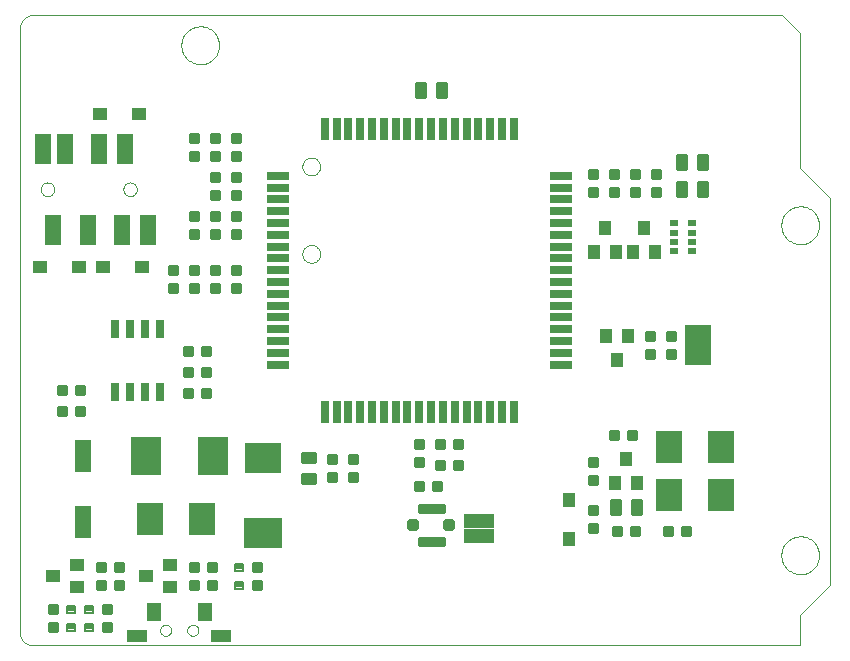
<source format=gtp>
G75*
%MOIN*%
%OFA0B0*%
%FSLAX24Y24*%
%IPPOS*%
%LPD*%
%AMOC8*
5,1,8,0,0,1.08239X$1,22.5*
%
%ADD10C,0.0000*%
%ADD11C,0.0150*%
%ADD12C,0.0200*%
%ADD13C,0.0088*%
%ADD14R,0.0550X0.1100*%
%ADD15C,0.0100*%
%ADD16R,0.1200X0.1000*%
%ADD17R,0.1250X0.1000*%
%ADD18R,0.0850X0.1080*%
%ADD19C,0.0075*%
%ADD20R,0.0402X0.0472*%
%ADD21R,0.0472X0.0402*%
%ADD22R,0.0551X0.0984*%
%ADD23R,0.0878X0.1382*%
%ADD24R,0.0984X0.1260*%
%ADD25R,0.1000X0.0500*%
%ADD26R,0.0450X0.0600*%
%ADD27R,0.0700X0.0400*%
%ADD28R,0.0400X0.0450*%
%ADD29R,0.0450X0.0400*%
%ADD30R,0.0300X0.0200*%
%ADD31R,0.0250X0.0600*%
%ADD32R,0.0760X0.0260*%
%ADD33R,0.0260X0.0760*%
D10*
X001001Y002840D02*
X026601Y002840D01*
X026601Y003840D01*
X027601Y004840D01*
X027601Y017740D01*
X026601Y018740D01*
X026601Y023240D01*
X026001Y023840D01*
X001001Y023840D01*
X000962Y023838D01*
X000923Y023832D01*
X000885Y023823D01*
X000848Y023810D01*
X000812Y023793D01*
X000779Y023773D01*
X000747Y023749D01*
X000718Y023723D01*
X000692Y023694D01*
X000668Y023662D01*
X000648Y023629D01*
X000631Y023593D01*
X000618Y023556D01*
X000609Y023518D01*
X000603Y023479D01*
X000601Y023440D01*
X000601Y003240D01*
X000603Y003201D01*
X000609Y003162D01*
X000618Y003124D01*
X000631Y003087D01*
X000648Y003051D01*
X000668Y003018D01*
X000692Y002986D01*
X000718Y002957D01*
X000747Y002931D01*
X000779Y002907D01*
X000812Y002887D01*
X000848Y002870D01*
X000885Y002857D01*
X000923Y002848D01*
X000962Y002842D01*
X001001Y002840D01*
X005261Y003340D02*
X005263Y003367D01*
X005269Y003393D01*
X005278Y003418D01*
X005291Y003441D01*
X005307Y003462D01*
X005326Y003481D01*
X005347Y003497D01*
X005370Y003510D01*
X005395Y003519D01*
X005421Y003525D01*
X005448Y003527D01*
X005475Y003525D01*
X005501Y003519D01*
X005526Y003510D01*
X005549Y003497D01*
X005570Y003481D01*
X005589Y003462D01*
X005605Y003441D01*
X005618Y003418D01*
X005627Y003393D01*
X005633Y003367D01*
X005635Y003340D01*
X005633Y003313D01*
X005627Y003287D01*
X005618Y003262D01*
X005605Y003239D01*
X005589Y003218D01*
X005570Y003199D01*
X005549Y003183D01*
X005526Y003170D01*
X005501Y003161D01*
X005475Y003155D01*
X005448Y003153D01*
X005421Y003155D01*
X005395Y003161D01*
X005370Y003170D01*
X005347Y003183D01*
X005326Y003199D01*
X005307Y003218D01*
X005291Y003239D01*
X005278Y003262D01*
X005269Y003287D01*
X005263Y003313D01*
X005261Y003340D01*
X006167Y003340D02*
X006169Y003367D01*
X006175Y003393D01*
X006184Y003418D01*
X006197Y003441D01*
X006213Y003462D01*
X006232Y003481D01*
X006253Y003497D01*
X006276Y003510D01*
X006301Y003519D01*
X006327Y003525D01*
X006354Y003527D01*
X006381Y003525D01*
X006407Y003519D01*
X006432Y003510D01*
X006455Y003497D01*
X006476Y003481D01*
X006495Y003462D01*
X006511Y003441D01*
X006524Y003418D01*
X006533Y003393D01*
X006539Y003367D01*
X006541Y003340D01*
X006539Y003313D01*
X006533Y003287D01*
X006524Y003262D01*
X006511Y003239D01*
X006495Y003218D01*
X006476Y003199D01*
X006455Y003183D01*
X006432Y003170D01*
X006407Y003161D01*
X006381Y003155D01*
X006354Y003153D01*
X006327Y003155D01*
X006301Y003161D01*
X006276Y003170D01*
X006253Y003183D01*
X006232Y003199D01*
X006213Y003218D01*
X006197Y003239D01*
X006184Y003262D01*
X006175Y003287D01*
X006169Y003313D01*
X006167Y003340D01*
X010006Y015883D02*
X010008Y015917D01*
X010014Y015951D01*
X010024Y015984D01*
X010037Y016015D01*
X010055Y016045D01*
X010075Y016073D01*
X010099Y016098D01*
X010125Y016120D01*
X010153Y016138D01*
X010184Y016154D01*
X010216Y016166D01*
X010250Y016174D01*
X010284Y016178D01*
X010318Y016178D01*
X010352Y016174D01*
X010386Y016166D01*
X010418Y016154D01*
X010448Y016138D01*
X010477Y016120D01*
X010503Y016098D01*
X010527Y016073D01*
X010547Y016045D01*
X010565Y016015D01*
X010578Y015984D01*
X010588Y015951D01*
X010594Y015917D01*
X010596Y015883D01*
X010594Y015849D01*
X010588Y015815D01*
X010578Y015782D01*
X010565Y015751D01*
X010547Y015721D01*
X010527Y015693D01*
X010503Y015668D01*
X010477Y015646D01*
X010449Y015628D01*
X010418Y015612D01*
X010386Y015600D01*
X010352Y015592D01*
X010318Y015588D01*
X010284Y015588D01*
X010250Y015592D01*
X010216Y015600D01*
X010184Y015612D01*
X010153Y015628D01*
X010125Y015646D01*
X010099Y015668D01*
X010075Y015693D01*
X010055Y015721D01*
X010037Y015751D01*
X010024Y015782D01*
X010014Y015815D01*
X010008Y015849D01*
X010006Y015883D01*
X010006Y018797D02*
X010008Y018831D01*
X010014Y018865D01*
X010024Y018898D01*
X010037Y018929D01*
X010055Y018959D01*
X010075Y018987D01*
X010099Y019012D01*
X010125Y019034D01*
X010153Y019052D01*
X010184Y019068D01*
X010216Y019080D01*
X010250Y019088D01*
X010284Y019092D01*
X010318Y019092D01*
X010352Y019088D01*
X010386Y019080D01*
X010418Y019068D01*
X010448Y019052D01*
X010477Y019034D01*
X010503Y019012D01*
X010527Y018987D01*
X010547Y018959D01*
X010565Y018929D01*
X010578Y018898D01*
X010588Y018865D01*
X010594Y018831D01*
X010596Y018797D01*
X010594Y018763D01*
X010588Y018729D01*
X010578Y018696D01*
X010565Y018665D01*
X010547Y018635D01*
X010527Y018607D01*
X010503Y018582D01*
X010477Y018560D01*
X010449Y018542D01*
X010418Y018526D01*
X010386Y018514D01*
X010352Y018506D01*
X010318Y018502D01*
X010284Y018502D01*
X010250Y018506D01*
X010216Y018514D01*
X010184Y018526D01*
X010153Y018542D01*
X010125Y018560D01*
X010099Y018582D01*
X010075Y018607D01*
X010055Y018635D01*
X010037Y018665D01*
X010024Y018696D01*
X010014Y018729D01*
X010008Y018763D01*
X010006Y018797D01*
X005971Y022840D02*
X005973Y022890D01*
X005979Y022940D01*
X005989Y022989D01*
X006003Y023037D01*
X006020Y023084D01*
X006041Y023129D01*
X006066Y023173D01*
X006094Y023214D01*
X006126Y023253D01*
X006160Y023290D01*
X006197Y023324D01*
X006237Y023354D01*
X006279Y023381D01*
X006323Y023405D01*
X006369Y023426D01*
X006416Y023442D01*
X006464Y023455D01*
X006514Y023464D01*
X006563Y023469D01*
X006614Y023470D01*
X006664Y023467D01*
X006713Y023460D01*
X006762Y023449D01*
X006810Y023434D01*
X006856Y023416D01*
X006901Y023394D01*
X006944Y023368D01*
X006985Y023339D01*
X007024Y023307D01*
X007060Y023272D01*
X007092Y023234D01*
X007122Y023194D01*
X007149Y023151D01*
X007172Y023107D01*
X007191Y023061D01*
X007207Y023013D01*
X007219Y022964D01*
X007227Y022915D01*
X007231Y022865D01*
X007231Y022815D01*
X007227Y022765D01*
X007219Y022716D01*
X007207Y022667D01*
X007191Y022619D01*
X007172Y022573D01*
X007149Y022529D01*
X007122Y022486D01*
X007092Y022446D01*
X007060Y022408D01*
X007024Y022373D01*
X006985Y022341D01*
X006944Y022312D01*
X006901Y022286D01*
X006856Y022264D01*
X006810Y022246D01*
X006762Y022231D01*
X006713Y022220D01*
X006664Y022213D01*
X006614Y022210D01*
X006563Y022211D01*
X006514Y022216D01*
X006464Y022225D01*
X006416Y022238D01*
X006369Y022254D01*
X006323Y022275D01*
X006279Y022299D01*
X006237Y022326D01*
X006197Y022356D01*
X006160Y022390D01*
X006126Y022427D01*
X006094Y022466D01*
X006066Y022507D01*
X006041Y022551D01*
X006020Y022596D01*
X006003Y022643D01*
X005989Y022691D01*
X005979Y022740D01*
X005973Y022790D01*
X005971Y022840D01*
X004036Y018040D02*
X004038Y018069D01*
X004044Y018098D01*
X004053Y018126D01*
X004066Y018153D01*
X004083Y018178D01*
X004102Y018200D01*
X004124Y018219D01*
X004149Y018236D01*
X004176Y018249D01*
X004204Y018258D01*
X004233Y018264D01*
X004262Y018266D01*
X004291Y018264D01*
X004320Y018258D01*
X004348Y018249D01*
X004375Y018236D01*
X004400Y018219D01*
X004422Y018200D01*
X004441Y018178D01*
X004458Y018153D01*
X004471Y018126D01*
X004480Y018098D01*
X004486Y018069D01*
X004488Y018040D01*
X004486Y018011D01*
X004480Y017982D01*
X004471Y017954D01*
X004458Y017927D01*
X004441Y017902D01*
X004422Y017880D01*
X004400Y017861D01*
X004375Y017844D01*
X004348Y017831D01*
X004320Y017822D01*
X004291Y017816D01*
X004262Y017814D01*
X004233Y017816D01*
X004204Y017822D01*
X004176Y017831D01*
X004149Y017844D01*
X004124Y017861D01*
X004102Y017880D01*
X004083Y017902D01*
X004066Y017927D01*
X004053Y017954D01*
X004044Y017982D01*
X004038Y018011D01*
X004036Y018040D01*
X001280Y018040D02*
X001282Y018069D01*
X001288Y018098D01*
X001297Y018126D01*
X001310Y018153D01*
X001327Y018178D01*
X001346Y018200D01*
X001368Y018219D01*
X001393Y018236D01*
X001420Y018249D01*
X001448Y018258D01*
X001477Y018264D01*
X001506Y018266D01*
X001535Y018264D01*
X001564Y018258D01*
X001592Y018249D01*
X001619Y018236D01*
X001644Y018219D01*
X001666Y018200D01*
X001685Y018178D01*
X001702Y018153D01*
X001715Y018126D01*
X001724Y018098D01*
X001730Y018069D01*
X001732Y018040D01*
X001730Y018011D01*
X001724Y017982D01*
X001715Y017954D01*
X001702Y017927D01*
X001685Y017902D01*
X001666Y017880D01*
X001644Y017861D01*
X001619Y017844D01*
X001592Y017831D01*
X001564Y017822D01*
X001535Y017816D01*
X001506Y017814D01*
X001477Y017816D01*
X001448Y017822D01*
X001420Y017831D01*
X001393Y017844D01*
X001368Y017861D01*
X001346Y017880D01*
X001327Y017902D01*
X001310Y017927D01*
X001297Y017954D01*
X001288Y017982D01*
X001282Y018011D01*
X001280Y018040D01*
X025971Y016840D02*
X025973Y016890D01*
X025979Y016940D01*
X025989Y016989D01*
X026003Y017037D01*
X026020Y017084D01*
X026041Y017129D01*
X026066Y017173D01*
X026094Y017214D01*
X026126Y017253D01*
X026160Y017290D01*
X026197Y017324D01*
X026237Y017354D01*
X026279Y017381D01*
X026323Y017405D01*
X026369Y017426D01*
X026416Y017442D01*
X026464Y017455D01*
X026514Y017464D01*
X026563Y017469D01*
X026614Y017470D01*
X026664Y017467D01*
X026713Y017460D01*
X026762Y017449D01*
X026810Y017434D01*
X026856Y017416D01*
X026901Y017394D01*
X026944Y017368D01*
X026985Y017339D01*
X027024Y017307D01*
X027060Y017272D01*
X027092Y017234D01*
X027122Y017194D01*
X027149Y017151D01*
X027172Y017107D01*
X027191Y017061D01*
X027207Y017013D01*
X027219Y016964D01*
X027227Y016915D01*
X027231Y016865D01*
X027231Y016815D01*
X027227Y016765D01*
X027219Y016716D01*
X027207Y016667D01*
X027191Y016619D01*
X027172Y016573D01*
X027149Y016529D01*
X027122Y016486D01*
X027092Y016446D01*
X027060Y016408D01*
X027024Y016373D01*
X026985Y016341D01*
X026944Y016312D01*
X026901Y016286D01*
X026856Y016264D01*
X026810Y016246D01*
X026762Y016231D01*
X026713Y016220D01*
X026664Y016213D01*
X026614Y016210D01*
X026563Y016211D01*
X026514Y016216D01*
X026464Y016225D01*
X026416Y016238D01*
X026369Y016254D01*
X026323Y016275D01*
X026279Y016299D01*
X026237Y016326D01*
X026197Y016356D01*
X026160Y016390D01*
X026126Y016427D01*
X026094Y016466D01*
X026066Y016507D01*
X026041Y016551D01*
X026020Y016596D01*
X026003Y016643D01*
X025989Y016691D01*
X025979Y016740D01*
X025973Y016790D01*
X025971Y016840D01*
X025971Y005840D02*
X025973Y005890D01*
X025979Y005940D01*
X025989Y005989D01*
X026003Y006037D01*
X026020Y006084D01*
X026041Y006129D01*
X026066Y006173D01*
X026094Y006214D01*
X026126Y006253D01*
X026160Y006290D01*
X026197Y006324D01*
X026237Y006354D01*
X026279Y006381D01*
X026323Y006405D01*
X026369Y006426D01*
X026416Y006442D01*
X026464Y006455D01*
X026514Y006464D01*
X026563Y006469D01*
X026614Y006470D01*
X026664Y006467D01*
X026713Y006460D01*
X026762Y006449D01*
X026810Y006434D01*
X026856Y006416D01*
X026901Y006394D01*
X026944Y006368D01*
X026985Y006339D01*
X027024Y006307D01*
X027060Y006272D01*
X027092Y006234D01*
X027122Y006194D01*
X027149Y006151D01*
X027172Y006107D01*
X027191Y006061D01*
X027207Y006013D01*
X027219Y005964D01*
X027227Y005915D01*
X027231Y005865D01*
X027231Y005815D01*
X027227Y005765D01*
X027219Y005716D01*
X027207Y005667D01*
X027191Y005619D01*
X027172Y005573D01*
X027149Y005529D01*
X027122Y005486D01*
X027092Y005446D01*
X027060Y005408D01*
X027024Y005373D01*
X026985Y005341D01*
X026944Y005312D01*
X026901Y005286D01*
X026856Y005264D01*
X026810Y005246D01*
X026762Y005231D01*
X026713Y005220D01*
X026664Y005213D01*
X026614Y005210D01*
X026563Y005211D01*
X026514Y005216D01*
X026464Y005225D01*
X026416Y005238D01*
X026369Y005254D01*
X026323Y005275D01*
X026279Y005299D01*
X026237Y005326D01*
X026197Y005356D01*
X026160Y005390D01*
X026126Y005427D01*
X026094Y005466D01*
X026066Y005507D01*
X026041Y005551D01*
X026020Y005596D01*
X026003Y005643D01*
X025989Y005691D01*
X025979Y005740D01*
X025973Y005790D01*
X025971Y005840D01*
D11*
X014676Y006215D02*
X013926Y006215D01*
X013926Y006365D01*
X014676Y006365D01*
X014676Y006215D01*
X014676Y006364D02*
X013926Y006364D01*
X013926Y007315D02*
X014676Y007315D01*
X013926Y007315D02*
X013926Y007465D01*
X014676Y007465D01*
X014676Y007315D01*
X014676Y007464D02*
X013926Y007464D01*
D12*
X013801Y006940D02*
X013601Y006940D01*
X013801Y006940D02*
X013801Y006740D01*
X013601Y006740D01*
X013601Y006940D01*
X013601Y006939D02*
X013801Y006939D01*
X014801Y006940D02*
X015001Y006940D01*
X015001Y006740D01*
X014801Y006740D01*
X014801Y006940D01*
X014801Y006939D02*
X015001Y006939D01*
D13*
X014632Y008271D02*
X014370Y008271D01*
X014632Y008271D02*
X014632Y008009D01*
X014370Y008009D01*
X014370Y008271D01*
X014370Y008096D02*
X014632Y008096D01*
X014632Y008183D02*
X014370Y008183D01*
X014370Y008270D02*
X014632Y008270D01*
X014732Y008971D02*
X014470Y008971D01*
X014732Y008971D02*
X014732Y008709D01*
X014470Y008709D01*
X014470Y008971D01*
X014470Y008796D02*
X014732Y008796D01*
X014732Y008883D02*
X014470Y008883D01*
X014470Y008970D02*
X014732Y008970D01*
X015070Y008971D02*
X015332Y008971D01*
X015332Y008709D01*
X015070Y008709D01*
X015070Y008971D01*
X015070Y008796D02*
X015332Y008796D01*
X015332Y008883D02*
X015070Y008883D01*
X015070Y008970D02*
X015332Y008970D01*
X015332Y009671D02*
X015070Y009671D01*
X015332Y009671D02*
X015332Y009409D01*
X015070Y009409D01*
X015070Y009671D01*
X015070Y009496D02*
X015332Y009496D01*
X015332Y009583D02*
X015070Y009583D01*
X015070Y009670D02*
X015332Y009670D01*
X014732Y009671D02*
X014470Y009671D01*
X014732Y009671D02*
X014732Y009409D01*
X014470Y009409D01*
X014470Y009671D01*
X014470Y009496D02*
X014732Y009496D01*
X014732Y009583D02*
X014470Y009583D01*
X014470Y009670D02*
X014732Y009670D01*
X014032Y009671D02*
X014032Y009409D01*
X013770Y009409D01*
X013770Y009671D01*
X014032Y009671D01*
X014032Y009496D02*
X013770Y009496D01*
X013770Y009583D02*
X014032Y009583D01*
X014032Y009670D02*
X013770Y009670D01*
X014032Y009071D02*
X014032Y008809D01*
X013770Y008809D01*
X013770Y009071D01*
X014032Y009071D01*
X014032Y008896D02*
X013770Y008896D01*
X013770Y008983D02*
X014032Y008983D01*
X014032Y009070D02*
X013770Y009070D01*
X013770Y008271D02*
X014032Y008271D01*
X014032Y008009D01*
X013770Y008009D01*
X013770Y008271D01*
X013770Y008096D02*
X014032Y008096D01*
X014032Y008183D02*
X013770Y008183D01*
X013770Y008270D02*
X014032Y008270D01*
X011832Y008309D02*
X011832Y008571D01*
X011832Y008309D02*
X011570Y008309D01*
X011570Y008571D01*
X011832Y008571D01*
X011832Y008396D02*
X011570Y008396D01*
X011570Y008483D02*
X011832Y008483D01*
X011832Y008570D02*
X011570Y008570D01*
X011832Y008909D02*
X011832Y009171D01*
X011832Y008909D02*
X011570Y008909D01*
X011570Y009171D01*
X011832Y009171D01*
X011832Y008996D02*
X011570Y008996D01*
X011570Y009083D02*
X011832Y009083D01*
X011832Y009170D02*
X011570Y009170D01*
X011132Y009171D02*
X011132Y008909D01*
X010870Y008909D01*
X010870Y009171D01*
X011132Y009171D01*
X011132Y008996D02*
X010870Y008996D01*
X010870Y009083D02*
X011132Y009083D01*
X011132Y009170D02*
X010870Y009170D01*
X011132Y008571D02*
X011132Y008309D01*
X010870Y008309D01*
X010870Y008571D01*
X011132Y008571D01*
X011132Y008396D02*
X010870Y008396D01*
X010870Y008483D02*
X011132Y008483D01*
X011132Y008570D02*
X010870Y008570D01*
X008370Y005571D02*
X008370Y005309D01*
X008370Y005571D02*
X008632Y005571D01*
X008632Y005309D01*
X008370Y005309D01*
X008370Y005396D02*
X008632Y005396D01*
X008632Y005483D02*
X008370Y005483D01*
X008370Y005570D02*
X008632Y005570D01*
X008370Y004971D02*
X008370Y004709D01*
X008370Y004971D02*
X008632Y004971D01*
X008632Y004709D01*
X008370Y004709D01*
X008370Y004796D02*
X008632Y004796D01*
X008632Y004883D02*
X008370Y004883D01*
X008370Y004970D02*
X008632Y004970D01*
X006870Y004971D02*
X006870Y004709D01*
X006870Y004971D02*
X007132Y004971D01*
X007132Y004709D01*
X006870Y004709D01*
X006870Y004796D02*
X007132Y004796D01*
X007132Y004883D02*
X006870Y004883D01*
X006870Y004970D02*
X007132Y004970D01*
X006870Y005309D02*
X006870Y005571D01*
X007132Y005571D01*
X007132Y005309D01*
X006870Y005309D01*
X006870Y005396D02*
X007132Y005396D01*
X007132Y005483D02*
X006870Y005483D01*
X006870Y005570D02*
X007132Y005570D01*
X006532Y005571D02*
X006532Y005309D01*
X006270Y005309D01*
X006270Y005571D01*
X006532Y005571D01*
X006532Y005396D02*
X006270Y005396D01*
X006270Y005483D02*
X006532Y005483D01*
X006532Y005570D02*
X006270Y005570D01*
X006532Y004971D02*
X006532Y004709D01*
X006270Y004709D01*
X006270Y004971D01*
X006532Y004971D01*
X006532Y004796D02*
X006270Y004796D01*
X006270Y004883D02*
X006532Y004883D01*
X006532Y004970D02*
X006270Y004970D01*
X003770Y004971D02*
X003770Y004709D01*
X003770Y004971D02*
X004032Y004971D01*
X004032Y004709D01*
X003770Y004709D01*
X003770Y004796D02*
X004032Y004796D01*
X004032Y004883D02*
X003770Y004883D01*
X003770Y004970D02*
X004032Y004970D01*
X003770Y005309D02*
X003770Y005571D01*
X004032Y005571D01*
X004032Y005309D01*
X003770Y005309D01*
X003770Y005396D02*
X004032Y005396D01*
X004032Y005483D02*
X003770Y005483D01*
X003770Y005570D02*
X004032Y005570D01*
X003432Y005571D02*
X003432Y005309D01*
X003170Y005309D01*
X003170Y005571D01*
X003432Y005571D01*
X003432Y005396D02*
X003170Y005396D01*
X003170Y005483D02*
X003432Y005483D01*
X003432Y005570D02*
X003170Y005570D01*
X003432Y004971D02*
X003432Y004709D01*
X003170Y004709D01*
X003170Y004971D01*
X003432Y004971D01*
X003432Y004796D02*
X003170Y004796D01*
X003170Y004883D02*
X003432Y004883D01*
X003432Y004970D02*
X003170Y004970D01*
X003632Y004171D02*
X003632Y003909D01*
X003370Y003909D01*
X003370Y004171D01*
X003632Y004171D01*
X003632Y003996D02*
X003370Y003996D01*
X003370Y004083D02*
X003632Y004083D01*
X003632Y004170D02*
X003370Y004170D01*
X003632Y003571D02*
X003632Y003309D01*
X003370Y003309D01*
X003370Y003571D01*
X003632Y003571D01*
X003632Y003396D02*
X003370Y003396D01*
X003370Y003483D02*
X003632Y003483D01*
X003632Y003570D02*
X003370Y003570D01*
X001832Y003571D02*
X001832Y003309D01*
X001570Y003309D01*
X001570Y003571D01*
X001832Y003571D01*
X001832Y003396D02*
X001570Y003396D01*
X001570Y003483D02*
X001832Y003483D01*
X001832Y003570D02*
X001570Y003570D01*
X001832Y003909D02*
X001832Y004171D01*
X001832Y003909D02*
X001570Y003909D01*
X001570Y004171D01*
X001832Y004171D01*
X001832Y003996D02*
X001570Y003996D01*
X001570Y004083D02*
X001832Y004083D01*
X001832Y004170D02*
X001570Y004170D01*
X001870Y010509D02*
X002132Y010509D01*
X001870Y010509D02*
X001870Y010771D01*
X002132Y010771D01*
X002132Y010509D01*
X002132Y010596D02*
X001870Y010596D01*
X001870Y010683D02*
X002132Y010683D01*
X002132Y010770D02*
X001870Y010770D01*
X001870Y011209D02*
X002132Y011209D01*
X001870Y011209D02*
X001870Y011471D01*
X002132Y011471D01*
X002132Y011209D01*
X002132Y011296D02*
X001870Y011296D01*
X001870Y011383D02*
X002132Y011383D01*
X002132Y011470D02*
X001870Y011470D01*
X002470Y011209D02*
X002732Y011209D01*
X002470Y011209D02*
X002470Y011471D01*
X002732Y011471D01*
X002732Y011209D01*
X002732Y011296D02*
X002470Y011296D01*
X002470Y011383D02*
X002732Y011383D01*
X002732Y011470D02*
X002470Y011470D01*
X002470Y010509D02*
X002732Y010509D01*
X002470Y010509D02*
X002470Y010771D01*
X002732Y010771D01*
X002732Y010509D01*
X002732Y010596D02*
X002470Y010596D01*
X002470Y010683D02*
X002732Y010683D01*
X002732Y010770D02*
X002470Y010770D01*
X006070Y011371D02*
X006332Y011371D01*
X006332Y011109D01*
X006070Y011109D01*
X006070Y011371D01*
X006070Y011196D02*
X006332Y011196D01*
X006332Y011283D02*
X006070Y011283D01*
X006070Y011370D02*
X006332Y011370D01*
X006670Y011371D02*
X006932Y011371D01*
X006932Y011109D01*
X006670Y011109D01*
X006670Y011371D01*
X006670Y011196D02*
X006932Y011196D01*
X006932Y011283D02*
X006670Y011283D01*
X006670Y011370D02*
X006932Y011370D01*
X006932Y011809D02*
X006670Y011809D01*
X006670Y012071D01*
X006932Y012071D01*
X006932Y011809D01*
X006932Y011896D02*
X006670Y011896D01*
X006670Y011983D02*
X006932Y011983D01*
X006932Y012070D02*
X006670Y012070D01*
X006332Y011809D02*
X006070Y011809D01*
X006070Y012071D01*
X006332Y012071D01*
X006332Y011809D01*
X006332Y011896D02*
X006070Y011896D01*
X006070Y011983D02*
X006332Y011983D01*
X006332Y012070D02*
X006070Y012070D01*
X006070Y012509D02*
X006332Y012509D01*
X006070Y012509D02*
X006070Y012771D01*
X006332Y012771D01*
X006332Y012509D01*
X006332Y012596D02*
X006070Y012596D01*
X006070Y012683D02*
X006332Y012683D01*
X006332Y012770D02*
X006070Y012770D01*
X006670Y012509D02*
X006932Y012509D01*
X006670Y012509D02*
X006670Y012771D01*
X006932Y012771D01*
X006932Y012509D01*
X006932Y012596D02*
X006670Y012596D01*
X006670Y012683D02*
X006932Y012683D01*
X006932Y012770D02*
X006670Y012770D01*
X006270Y014609D02*
X006270Y014871D01*
X006532Y014871D01*
X006532Y014609D01*
X006270Y014609D01*
X006270Y014696D02*
X006532Y014696D01*
X006532Y014783D02*
X006270Y014783D01*
X006270Y014870D02*
X006532Y014870D01*
X006270Y015209D02*
X006270Y015471D01*
X006532Y015471D01*
X006532Y015209D01*
X006270Y015209D01*
X006270Y015296D02*
X006532Y015296D01*
X006532Y015383D02*
X006270Y015383D01*
X006270Y015470D02*
X006532Y015470D01*
X006970Y015471D02*
X006970Y015209D01*
X006970Y015471D02*
X007232Y015471D01*
X007232Y015209D01*
X006970Y015209D01*
X006970Y015296D02*
X007232Y015296D01*
X007232Y015383D02*
X006970Y015383D01*
X006970Y015470D02*
X007232Y015470D01*
X007670Y015471D02*
X007670Y015209D01*
X007670Y015471D02*
X007932Y015471D01*
X007932Y015209D01*
X007670Y015209D01*
X007670Y015296D02*
X007932Y015296D01*
X007932Y015383D02*
X007670Y015383D01*
X007670Y015470D02*
X007932Y015470D01*
X007670Y014871D02*
X007670Y014609D01*
X007670Y014871D02*
X007932Y014871D01*
X007932Y014609D01*
X007670Y014609D01*
X007670Y014696D02*
X007932Y014696D01*
X007932Y014783D02*
X007670Y014783D01*
X007670Y014870D02*
X007932Y014870D01*
X006970Y014871D02*
X006970Y014609D01*
X006970Y014871D02*
X007232Y014871D01*
X007232Y014609D01*
X006970Y014609D01*
X006970Y014696D02*
X007232Y014696D01*
X007232Y014783D02*
X006970Y014783D01*
X006970Y014870D02*
X007232Y014870D01*
X005832Y014871D02*
X005832Y014609D01*
X005570Y014609D01*
X005570Y014871D01*
X005832Y014871D01*
X005832Y014696D02*
X005570Y014696D01*
X005570Y014783D02*
X005832Y014783D01*
X005832Y014870D02*
X005570Y014870D01*
X005832Y015209D02*
X005832Y015471D01*
X005832Y015209D02*
X005570Y015209D01*
X005570Y015471D01*
X005832Y015471D01*
X005832Y015296D02*
X005570Y015296D01*
X005570Y015383D02*
X005832Y015383D01*
X005832Y015470D02*
X005570Y015470D01*
X006270Y016409D02*
X006270Y016671D01*
X006532Y016671D01*
X006532Y016409D01*
X006270Y016409D01*
X006270Y016496D02*
X006532Y016496D01*
X006532Y016583D02*
X006270Y016583D01*
X006270Y016670D02*
X006532Y016670D01*
X006270Y017009D02*
X006270Y017271D01*
X006532Y017271D01*
X006532Y017009D01*
X006270Y017009D01*
X006270Y017096D02*
X006532Y017096D01*
X006532Y017183D02*
X006270Y017183D01*
X006270Y017270D02*
X006532Y017270D01*
X007232Y017271D02*
X007232Y017009D01*
X006970Y017009D01*
X006970Y017271D01*
X007232Y017271D01*
X007232Y017096D02*
X006970Y017096D01*
X006970Y017183D02*
X007232Y017183D01*
X007232Y017270D02*
X006970Y017270D01*
X007232Y017709D02*
X007232Y017971D01*
X007232Y017709D02*
X006970Y017709D01*
X006970Y017971D01*
X007232Y017971D01*
X007232Y017796D02*
X006970Y017796D01*
X006970Y017883D02*
X007232Y017883D01*
X007232Y017970D02*
X006970Y017970D01*
X007232Y018309D02*
X007232Y018571D01*
X007232Y018309D02*
X006970Y018309D01*
X006970Y018571D01*
X007232Y018571D01*
X007232Y018396D02*
X006970Y018396D01*
X006970Y018483D02*
X007232Y018483D01*
X007232Y018570D02*
X006970Y018570D01*
X007232Y019009D02*
X007232Y019271D01*
X007232Y019009D02*
X006970Y019009D01*
X006970Y019271D01*
X007232Y019271D01*
X007232Y019096D02*
X006970Y019096D01*
X006970Y019183D02*
X007232Y019183D01*
X007232Y019270D02*
X006970Y019270D01*
X007232Y019609D02*
X007232Y019871D01*
X007232Y019609D02*
X006970Y019609D01*
X006970Y019871D01*
X007232Y019871D01*
X007232Y019696D02*
X006970Y019696D01*
X006970Y019783D02*
X007232Y019783D01*
X007232Y019870D02*
X006970Y019870D01*
X006532Y019871D02*
X006532Y019609D01*
X006270Y019609D01*
X006270Y019871D01*
X006532Y019871D01*
X006532Y019696D02*
X006270Y019696D01*
X006270Y019783D02*
X006532Y019783D01*
X006532Y019870D02*
X006270Y019870D01*
X006532Y019271D02*
X006532Y019009D01*
X006270Y019009D01*
X006270Y019271D01*
X006532Y019271D01*
X006532Y019096D02*
X006270Y019096D01*
X006270Y019183D02*
X006532Y019183D01*
X006532Y019270D02*
X006270Y019270D01*
X007932Y019271D02*
X007932Y019009D01*
X007670Y019009D01*
X007670Y019271D01*
X007932Y019271D01*
X007932Y019096D02*
X007670Y019096D01*
X007670Y019183D02*
X007932Y019183D01*
X007932Y019270D02*
X007670Y019270D01*
X007932Y019609D02*
X007932Y019871D01*
X007932Y019609D02*
X007670Y019609D01*
X007670Y019871D01*
X007932Y019871D01*
X007932Y019696D02*
X007670Y019696D01*
X007670Y019783D02*
X007932Y019783D01*
X007932Y019870D02*
X007670Y019870D01*
X007932Y018571D02*
X007932Y018309D01*
X007670Y018309D01*
X007670Y018571D01*
X007932Y018571D01*
X007932Y018396D02*
X007670Y018396D01*
X007670Y018483D02*
X007932Y018483D01*
X007932Y018570D02*
X007670Y018570D01*
X007932Y017971D02*
X007932Y017709D01*
X007670Y017709D01*
X007670Y017971D01*
X007932Y017971D01*
X007932Y017796D02*
X007670Y017796D01*
X007670Y017883D02*
X007932Y017883D01*
X007932Y017970D02*
X007670Y017970D01*
X007932Y017271D02*
X007932Y017009D01*
X007670Y017009D01*
X007670Y017271D01*
X007932Y017271D01*
X007932Y017096D02*
X007670Y017096D01*
X007670Y017183D02*
X007932Y017183D01*
X007932Y017270D02*
X007670Y017270D01*
X007932Y016671D02*
X007932Y016409D01*
X007670Y016409D01*
X007670Y016671D01*
X007932Y016671D01*
X007932Y016496D02*
X007670Y016496D01*
X007670Y016583D02*
X007932Y016583D01*
X007932Y016670D02*
X007670Y016670D01*
X007232Y016671D02*
X007232Y016409D01*
X006970Y016409D01*
X006970Y016671D01*
X007232Y016671D01*
X007232Y016496D02*
X006970Y016496D01*
X006970Y016583D02*
X007232Y016583D01*
X007232Y016670D02*
X006970Y016670D01*
X019832Y017809D02*
X019832Y018071D01*
X019832Y017809D02*
X019570Y017809D01*
X019570Y018071D01*
X019832Y018071D01*
X019832Y017896D02*
X019570Y017896D01*
X019570Y017983D02*
X019832Y017983D01*
X019832Y018070D02*
X019570Y018070D01*
X019832Y018409D02*
X019832Y018671D01*
X019832Y018409D02*
X019570Y018409D01*
X019570Y018671D01*
X019832Y018671D01*
X019832Y018496D02*
X019570Y018496D01*
X019570Y018583D02*
X019832Y018583D01*
X019832Y018670D02*
X019570Y018670D01*
X020532Y018671D02*
X020532Y018409D01*
X020270Y018409D01*
X020270Y018671D01*
X020532Y018671D01*
X020532Y018496D02*
X020270Y018496D01*
X020270Y018583D02*
X020532Y018583D01*
X020532Y018670D02*
X020270Y018670D01*
X020532Y018071D02*
X020532Y017809D01*
X020270Y017809D01*
X020270Y018071D01*
X020532Y018071D01*
X020532Y017896D02*
X020270Y017896D01*
X020270Y017983D02*
X020532Y017983D01*
X020532Y018070D02*
X020270Y018070D01*
X020970Y018071D02*
X020970Y017809D01*
X020970Y018071D02*
X021232Y018071D01*
X021232Y017809D01*
X020970Y017809D01*
X020970Y017896D02*
X021232Y017896D01*
X021232Y017983D02*
X020970Y017983D01*
X020970Y018070D02*
X021232Y018070D01*
X020970Y018409D02*
X020970Y018671D01*
X021232Y018671D01*
X021232Y018409D01*
X020970Y018409D01*
X020970Y018496D02*
X021232Y018496D01*
X021232Y018583D02*
X020970Y018583D01*
X020970Y018670D02*
X021232Y018670D01*
X021670Y018671D02*
X021670Y018409D01*
X021670Y018671D02*
X021932Y018671D01*
X021932Y018409D01*
X021670Y018409D01*
X021670Y018496D02*
X021932Y018496D01*
X021932Y018583D02*
X021670Y018583D01*
X021670Y018670D02*
X021932Y018670D01*
X021670Y018071D02*
X021670Y017809D01*
X021670Y018071D02*
X021932Y018071D01*
X021932Y017809D01*
X021670Y017809D01*
X021670Y017896D02*
X021932Y017896D01*
X021932Y017983D02*
X021670Y017983D01*
X021670Y018070D02*
X021932Y018070D01*
X021470Y013271D02*
X021470Y013009D01*
X021470Y013271D02*
X021732Y013271D01*
X021732Y013009D01*
X021470Y013009D01*
X021470Y013096D02*
X021732Y013096D01*
X021732Y013183D02*
X021470Y013183D01*
X021470Y013270D02*
X021732Y013270D01*
X022432Y013271D02*
X022432Y013009D01*
X022170Y013009D01*
X022170Y013271D01*
X022432Y013271D01*
X022432Y013096D02*
X022170Y013096D01*
X022170Y013183D02*
X022432Y013183D01*
X022432Y013270D02*
X022170Y013270D01*
X022432Y012671D02*
X022432Y012409D01*
X022170Y012409D01*
X022170Y012671D01*
X022432Y012671D01*
X022432Y012496D02*
X022170Y012496D01*
X022170Y012583D02*
X022432Y012583D01*
X022432Y012670D02*
X022170Y012670D01*
X021470Y012671D02*
X021470Y012409D01*
X021470Y012671D02*
X021732Y012671D01*
X021732Y012409D01*
X021470Y012409D01*
X021470Y012496D02*
X021732Y012496D01*
X021732Y012583D02*
X021470Y012583D01*
X021470Y012670D02*
X021732Y012670D01*
X021132Y009971D02*
X020870Y009971D01*
X021132Y009971D02*
X021132Y009709D01*
X020870Y009709D01*
X020870Y009971D01*
X020870Y009796D02*
X021132Y009796D01*
X021132Y009883D02*
X020870Y009883D01*
X020870Y009970D02*
X021132Y009970D01*
X020532Y009971D02*
X020270Y009971D01*
X020532Y009971D02*
X020532Y009709D01*
X020270Y009709D01*
X020270Y009971D01*
X020270Y009796D02*
X020532Y009796D01*
X020532Y009883D02*
X020270Y009883D01*
X020270Y009970D02*
X020532Y009970D01*
X019570Y009071D02*
X019570Y008809D01*
X019570Y009071D02*
X019832Y009071D01*
X019832Y008809D01*
X019570Y008809D01*
X019570Y008896D02*
X019832Y008896D01*
X019832Y008983D02*
X019570Y008983D01*
X019570Y009070D02*
X019832Y009070D01*
X019570Y008471D02*
X019570Y008209D01*
X019570Y008471D02*
X019832Y008471D01*
X019832Y008209D01*
X019570Y008209D01*
X019570Y008296D02*
X019832Y008296D01*
X019832Y008383D02*
X019570Y008383D01*
X019570Y008470D02*
X019832Y008470D01*
X019570Y007471D02*
X019570Y007209D01*
X019570Y007471D02*
X019832Y007471D01*
X019832Y007209D01*
X019570Y007209D01*
X019570Y007296D02*
X019832Y007296D01*
X019832Y007383D02*
X019570Y007383D01*
X019570Y007470D02*
X019832Y007470D01*
X019570Y006871D02*
X019570Y006609D01*
X019570Y006871D02*
X019832Y006871D01*
X019832Y006609D01*
X019570Y006609D01*
X019570Y006696D02*
X019832Y006696D01*
X019832Y006783D02*
X019570Y006783D01*
X019570Y006870D02*
X019832Y006870D01*
X020370Y006509D02*
X020632Y006509D01*
X020370Y006509D02*
X020370Y006771D01*
X020632Y006771D01*
X020632Y006509D01*
X020632Y006596D02*
X020370Y006596D01*
X020370Y006683D02*
X020632Y006683D01*
X020632Y006770D02*
X020370Y006770D01*
X020970Y006509D02*
X021232Y006509D01*
X020970Y006509D02*
X020970Y006771D01*
X021232Y006771D01*
X021232Y006509D01*
X021232Y006596D02*
X020970Y006596D01*
X020970Y006683D02*
X021232Y006683D01*
X021232Y006770D02*
X020970Y006770D01*
X022070Y006771D02*
X022332Y006771D01*
X022332Y006509D01*
X022070Y006509D01*
X022070Y006771D01*
X022070Y006596D02*
X022332Y006596D01*
X022332Y006683D02*
X022070Y006683D01*
X022070Y006770D02*
X022332Y006770D01*
X022670Y006771D02*
X022932Y006771D01*
X022932Y006509D01*
X022670Y006509D01*
X022670Y006771D01*
X022670Y006596D02*
X022932Y006596D01*
X022932Y006683D02*
X022670Y006683D01*
X022670Y006770D02*
X022932Y006770D01*
D14*
X002701Y006940D03*
X002701Y009140D03*
D15*
X010426Y009240D02*
X010426Y008940D01*
X009976Y008940D01*
X009976Y009240D01*
X010426Y009240D01*
X010426Y009039D02*
X009976Y009039D01*
X009976Y009138D02*
X010426Y009138D01*
X010426Y009237D02*
X009976Y009237D01*
X010426Y008540D02*
X010426Y008240D01*
X009976Y008240D01*
X009976Y008540D01*
X010426Y008540D01*
X010426Y008339D02*
X009976Y008339D01*
X009976Y008438D02*
X010426Y008438D01*
X010426Y008537D02*
X009976Y008537D01*
X020301Y007215D02*
X020601Y007215D01*
X020301Y007215D02*
X020301Y007665D01*
X020601Y007665D01*
X020601Y007215D01*
X020601Y007314D02*
X020301Y007314D01*
X020301Y007413D02*
X020601Y007413D01*
X020601Y007512D02*
X020301Y007512D01*
X020301Y007611D02*
X020601Y007611D01*
X021001Y007215D02*
X021301Y007215D01*
X021001Y007215D02*
X021001Y007665D01*
X021301Y007665D01*
X021301Y007215D01*
X021301Y007314D02*
X021001Y007314D01*
X021001Y007413D02*
X021301Y007413D01*
X021301Y007512D02*
X021001Y007512D01*
X021001Y007611D02*
X021301Y007611D01*
X022501Y018265D02*
X022801Y018265D01*
X022801Y017815D01*
X022501Y017815D01*
X022501Y018265D01*
X022501Y017914D02*
X022801Y017914D01*
X022801Y018013D02*
X022501Y018013D01*
X022501Y018112D02*
X022801Y018112D01*
X022801Y018211D02*
X022501Y018211D01*
X022501Y019165D02*
X022801Y019165D01*
X022801Y018715D01*
X022501Y018715D01*
X022501Y019165D01*
X022501Y018814D02*
X022801Y018814D01*
X022801Y018913D02*
X022501Y018913D01*
X022501Y019012D02*
X022801Y019012D01*
X022801Y019111D02*
X022501Y019111D01*
X023201Y019165D02*
X023501Y019165D01*
X023501Y018715D01*
X023201Y018715D01*
X023201Y019165D01*
X023201Y018814D02*
X023501Y018814D01*
X023501Y018913D02*
X023201Y018913D01*
X023201Y019012D02*
X023501Y019012D01*
X023501Y019111D02*
X023201Y019111D01*
X023201Y018265D02*
X023501Y018265D01*
X023501Y017815D01*
X023201Y017815D01*
X023201Y018265D01*
X023201Y017914D02*
X023501Y017914D01*
X023501Y018013D02*
X023201Y018013D01*
X023201Y018112D02*
X023501Y018112D01*
X023501Y018211D02*
X023201Y018211D01*
X014801Y021565D02*
X014501Y021565D01*
X014801Y021565D02*
X014801Y021115D01*
X014501Y021115D01*
X014501Y021565D01*
X014501Y021214D02*
X014801Y021214D01*
X014801Y021313D02*
X014501Y021313D01*
X014501Y021412D02*
X014801Y021412D01*
X014801Y021511D02*
X014501Y021511D01*
X014101Y021565D02*
X013801Y021565D01*
X014101Y021565D02*
X014101Y021115D01*
X013801Y021115D01*
X013801Y021565D01*
X013801Y021214D02*
X014101Y021214D01*
X014101Y021313D02*
X013801Y021313D01*
X013801Y021412D02*
X014101Y021412D01*
X014101Y021511D02*
X013801Y021511D01*
D16*
X008701Y009090D03*
D17*
X008701Y006590D03*
D18*
X006671Y007040D03*
X004931Y007040D03*
X022231Y007840D03*
X022231Y009440D03*
X023971Y009440D03*
X023971Y007840D03*
D19*
X007763Y005553D02*
X007763Y005327D01*
X007763Y005553D02*
X008039Y005553D01*
X008039Y005327D01*
X007763Y005327D01*
X007763Y005401D02*
X008039Y005401D01*
X008039Y005475D02*
X007763Y005475D01*
X007763Y005549D02*
X008039Y005549D01*
X007763Y004953D02*
X007763Y004727D01*
X007763Y004953D02*
X008039Y004953D01*
X008039Y004727D01*
X007763Y004727D01*
X007763Y004801D02*
X008039Y004801D01*
X008039Y004875D02*
X007763Y004875D01*
X007763Y004949D02*
X008039Y004949D01*
X002763Y004153D02*
X002763Y003927D01*
X002763Y004153D02*
X003039Y004153D01*
X003039Y003927D01*
X002763Y003927D01*
X002763Y004001D02*
X003039Y004001D01*
X003039Y004075D02*
X002763Y004075D01*
X002763Y004149D02*
X003039Y004149D01*
X002163Y004153D02*
X002163Y003927D01*
X002163Y004153D02*
X002439Y004153D01*
X002439Y003927D01*
X002163Y003927D01*
X002163Y004001D02*
X002439Y004001D01*
X002439Y004075D02*
X002163Y004075D01*
X002163Y004149D02*
X002439Y004149D01*
X002163Y003553D02*
X002163Y003327D01*
X002163Y003553D02*
X002439Y003553D01*
X002439Y003327D01*
X002163Y003327D01*
X002163Y003401D02*
X002439Y003401D01*
X002439Y003475D02*
X002163Y003475D01*
X002163Y003549D02*
X002439Y003549D01*
X002763Y003553D02*
X002763Y003327D01*
X002763Y003553D02*
X003039Y003553D01*
X003039Y003327D01*
X002763Y003327D01*
X002763Y003401D02*
X003039Y003401D01*
X003039Y003475D02*
X002763Y003475D01*
X002763Y003549D02*
X003039Y003549D01*
D20*
X018901Y006396D03*
X018901Y007684D03*
D21*
X004645Y015440D03*
X003357Y015440D03*
X002545Y015440D03*
X001257Y015440D03*
X003257Y020540D03*
X004545Y020540D03*
D22*
X004105Y019398D03*
X003239Y019398D03*
X002097Y019398D03*
X001349Y019398D03*
X001703Y016682D03*
X002845Y016682D03*
X003987Y016682D03*
X004853Y016682D03*
D23*
X023203Y012834D03*
D24*
X007023Y009140D03*
X004779Y009140D03*
D25*
X015901Y006990D03*
X015901Y006490D03*
D26*
X006751Y003940D03*
X005051Y003940D03*
D27*
X004501Y003140D03*
X007301Y003140D03*
D28*
X020127Y013140D03*
X020875Y013140D03*
X020501Y012340D03*
X020801Y009040D03*
X021175Y008240D03*
X020427Y008240D03*
X020475Y015940D03*
X021027Y015940D03*
X021775Y015940D03*
X021401Y016740D03*
X020101Y016740D03*
X019727Y015940D03*
D29*
X005601Y005514D03*
X005601Y004766D03*
X004801Y005140D03*
X002501Y005514D03*
X001701Y005140D03*
X002501Y004766D03*
D30*
X022401Y015965D03*
X022401Y016290D03*
X022401Y016590D03*
X022401Y016915D03*
X023001Y016915D03*
X023001Y016590D03*
X023001Y016290D03*
X023001Y015965D03*
D31*
X005251Y013390D03*
X004751Y013390D03*
X004251Y013390D03*
X003751Y013390D03*
X003751Y011290D03*
X004251Y011290D03*
X004751Y011290D03*
X005251Y011290D03*
D32*
X009177Y012190D03*
X009177Y012584D03*
X009177Y012978D03*
X009177Y013371D03*
X009177Y013765D03*
X009177Y014159D03*
X009177Y014553D03*
X009177Y014946D03*
X009177Y015340D03*
X009177Y015734D03*
X009177Y016127D03*
X009177Y016521D03*
X009177Y016915D03*
X009177Y017308D03*
X009177Y017702D03*
X009177Y018096D03*
X009177Y018490D03*
X018625Y018490D03*
X018625Y018096D03*
X018625Y017702D03*
X018625Y017308D03*
X018625Y016915D03*
X018625Y016521D03*
X018625Y016127D03*
X018625Y015734D03*
X018625Y015340D03*
X018625Y014946D03*
X018625Y014553D03*
X018625Y014159D03*
X018625Y013765D03*
X018625Y013371D03*
X018625Y012978D03*
X018625Y012584D03*
X018625Y012190D03*
D33*
X017051Y010616D03*
X016657Y010616D03*
X016263Y010616D03*
X015869Y010616D03*
X015476Y010616D03*
X015082Y010616D03*
X014688Y010616D03*
X014295Y010616D03*
X013901Y010616D03*
X013507Y010616D03*
X013114Y010616D03*
X012720Y010616D03*
X012326Y010616D03*
X011932Y010616D03*
X011539Y010616D03*
X011145Y010616D03*
X010751Y010616D03*
X010751Y020064D03*
X011145Y020064D03*
X011539Y020064D03*
X011932Y020064D03*
X012326Y020064D03*
X012720Y020064D03*
X013114Y020064D03*
X013507Y020064D03*
X013901Y020064D03*
X014295Y020064D03*
X014688Y020064D03*
X015082Y020064D03*
X015476Y020064D03*
X015869Y020064D03*
X016263Y020064D03*
X016657Y020064D03*
X017051Y020064D03*
M02*

</source>
